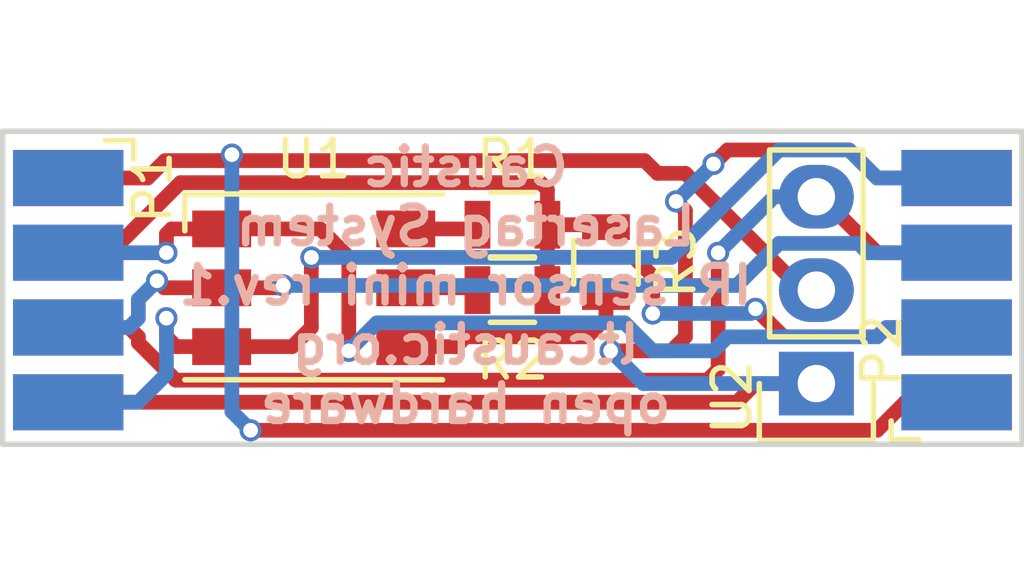
<source format=kicad_pcb>
(kicad_pcb (version 4) (host pcbnew 4.0.4-stable)

  (general
    (links 19)
    (no_connects 0)
    (area 109.271999 87.046999 137.108001 95.706001)
    (thickness 1.6)
    (drawings 5)
    (tracks 128)
    (zones 0)
    (modules 7)
    (nets 13)
  )

  (page A4)
  (layers
    (0 F.Cu signal)
    (31 B.Cu signal)
    (32 B.Adhes user)
    (33 F.Adhes user)
    (34 B.Paste user)
    (35 F.Paste user)
    (36 B.SilkS user)
    (37 F.SilkS user)
    (38 B.Mask user)
    (39 F.Mask user)
    (40 Dwgs.User user)
    (41 Cmts.User user)
    (42 Eco1.User user)
    (43 Eco2.User user)
    (44 Edge.Cuts user)
    (45 Margin user)
    (46 B.CrtYd user)
    (47 F.CrtYd user)
    (48 B.Fab user)
    (49 F.Fab user)
  )

  (setup
    (last_trace_width 0.4)
    (trace_clearance 0.2)
    (zone_clearance 0.508)
    (zone_45_only no)
    (trace_min 0.2)
    (segment_width 0.2)
    (edge_width 0.15)
    (via_size 0.6)
    (via_drill 0.4)
    (via_min_size 0.4)
    (via_min_drill 0.3)
    (uvia_size 0.3)
    (uvia_drill 0.1)
    (uvias_allowed no)
    (uvia_min_size 0.2)
    (uvia_min_drill 0.1)
    (pcb_text_width 0.3)
    (pcb_text_size 1.5 1.5)
    (mod_edge_width 0.15)
    (mod_text_size 1 1)
    (mod_text_width 0.15)
    (pad_size 1.524 1.524)
    (pad_drill 0.762)
    (pad_to_mask_clearance 0.2)
    (aux_axis_origin 0 0)
    (visible_elements FFFFFF7F)
    (pcbplotparams
      (layerselection 0x00030_80000001)
      (usegerberextensions false)
      (excludeedgelayer true)
      (linewidth 0.100000)
      (plotframeref false)
      (viasonmask false)
      (mode 1)
      (useauxorigin false)
      (hpglpennumber 1)
      (hpglpenspeed 20)
      (hpglpendiameter 15)
      (hpglpenoverlay 2)
      (psnegative false)
      (psa4output false)
      (plotreference true)
      (plotvalue true)
      (plotinvisibletext false)
      (padsonsilk false)
      (subtractmaskfromsilk false)
      (outputformat 1)
      (mirror false)
      (drillshape 1)
      (scaleselection 1)
      (outputdirectory ""))
  )

  (net 0 "")
  (net 1 GND)
  (net 2 "Net-(P1-Pad2)")
  (net 3 "Net-(P1-Pad3)")
  (net 4 "Net-(P1-Pad4)")
  (net 5 "Net-(P1-Pad5)")
  (net 6 "Net-(P1-Pad6)")
  (net 7 "Net-(P1-Pad7)")
  (net 8 "Net-(P1-Pad8)")
  (net 9 "Net-(P2-Pad8)")
  (net 10 "Net-(R1-Pad2)")
  (net 11 "Net-(R2-Pad2)")
  (net 12 "Net-(R3-Pad2)")

  (net_class Default "Это класс цепей по умолчанию."
    (clearance 0.2)
    (trace_width 0.4)
    (via_dia 0.6)
    (via_drill 0.4)
    (uvia_dia 0.3)
    (uvia_drill 0.1)
    (add_net GND)
    (add_net "Net-(P1-Pad2)")
    (add_net "Net-(P1-Pad3)")
    (add_net "Net-(P1-Pad4)")
    (add_net "Net-(P1-Pad5)")
    (add_net "Net-(P1-Pad6)")
    (add_net "Net-(P1-Pad7)")
    (add_net "Net-(P1-Pad8)")
    (add_net "Net-(P2-Pad8)")
    (add_net "Net-(R1-Pad2)")
    (add_net "Net-(R2-Pad2)")
    (add_net "Net-(R3-Pad2)")
  )

  (module components:caustic-sensors-tube-connector (layer F.Cu) (tedit 583C8491) (tstamp 583C7B74)
    (at 111.125 91.44 270)
    (path /583C7695)
    (fp_text reference P1 (at -2.794 -2.286 270) (layer F.SilkS)
      (effects (font (size 1 1) (thickness 0.15)))
    )
    (fp_text value SENSOR_CONNECTOR (at 0 -6.35 270) (layer F.Fab)
      (effects (font (size 1 1) (thickness 0.15)))
    )
    (fp_line (start -4.064 -1.016) (end -4.064 -1.778) (layer F.SilkS) (width 0.15))
    (fp_line (start -4.064 -1.778) (end -3.556 -1.778) (layer F.SilkS) (width 0.15))
    (pad 1 smd rect (at -3.048 0 270) (size 1.524 3) (layers F.Cu F.Paste F.Mask)
      (net 1 GND))
    (pad 2 smd rect (at -1.016 0 270) (size 1.524 3) (layers F.Cu F.Paste F.Mask)
      (net 2 "Net-(P1-Pad2)"))
    (pad 3 smd rect (at 1.016 0 270) (size 1.524 3) (layers F.Cu F.Paste F.Mask)
      (net 3 "Net-(P1-Pad3)"))
    (pad 4 smd rect (at 3.048 0 270) (size 1.524 3) (layers F.Cu F.Paste F.Mask)
      (net 4 "Net-(P1-Pad4)"))
    (pad 5 smd rect (at 3.048 0 270) (size 1.524 3) (layers B.Cu B.Paste B.Mask)
      (net 5 "Net-(P1-Pad5)"))
    (pad 6 smd rect (at 1.016 0 270) (size 1.524 3) (layers B.Cu B.Paste B.Mask)
      (net 6 "Net-(P1-Pad6)"))
    (pad 7 smd rect (at -1.016 0 270) (size 1.524 3) (layers B.Cu B.Paste B.Mask)
      (net 7 "Net-(P1-Pad7)"))
    (pad 8 smd rect (at -3.048 0 270) (size 1.524 3) (layers B.Cu B.Paste B.Mask)
      (net 8 "Net-(P1-Pad8)"))
  )

  (module components:caustic-sensors-tube-connector (layer F.Cu) (tedit 583C84A9) (tstamp 583C7B80)
    (at 135.255 91.44 90)
    (path /583C8034)
    (fp_text reference P2 (at -1.651 -2.032 90) (layer F.SilkS)
      (effects (font (size 1 1) (thickness 0.15)))
    )
    (fp_text value SENSOR_CONNECTOR (at 0 -6.35 90) (layer F.Fab)
      (effects (font (size 1 1) (thickness 0.15)))
    )
    (fp_line (start -4.064 -1.016) (end -4.064 -1.778) (layer F.SilkS) (width 0.15))
    (fp_line (start -4.064 -1.778) (end -3.556 -1.778) (layer F.SilkS) (width 0.15))
    (pad 1 smd rect (at -3.048 0 90) (size 1.524 3) (layers F.Cu F.Paste F.Mask)
      (net 1 GND))
    (pad 2 smd rect (at -1.016 0 90) (size 1.524 3) (layers F.Cu F.Paste F.Mask)
      (net 2 "Net-(P1-Pad2)"))
    (pad 3 smd rect (at 1.016 0 90) (size 1.524 3) (layers F.Cu F.Paste F.Mask)
      (net 3 "Net-(P1-Pad3)"))
    (pad 4 smd rect (at 3.048 0 90) (size 1.524 3) (layers F.Cu F.Paste F.Mask)
      (net 4 "Net-(P1-Pad4)"))
    (pad 5 smd rect (at 3.048 0 90) (size 1.524 3) (layers B.Cu B.Paste B.Mask)
      (net 5 "Net-(P1-Pad5)"))
    (pad 6 smd rect (at 1.016 0 90) (size 1.524 3) (layers B.Cu B.Paste B.Mask)
      (net 6 "Net-(P1-Pad6)"))
    (pad 7 smd rect (at -1.016 0 90) (size 1.524 3) (layers B.Cu B.Paste B.Mask)
      (net 7 "Net-(P1-Pad7)"))
    (pad 8 smd rect (at -3.048 0 90) (size 1.524 3) (layers B.Cu B.Paste B.Mask)
      (net 9 "Net-(P2-Pad8)"))
  )

  (module Resistors_SMD:R_0805 (layer F.Cu) (tedit 583C842F) (tstamp 583C7B86)
    (at 123.19 89.662 180)
    (descr "Resistor SMD 0805, reflow soldering, Vishay (see dcrcw.pdf)")
    (tags "resistor 0805")
    (path /583C7A64)
    (attr smd)
    (fp_text reference R1 (at 0 1.778 180) (layer F.SilkS)
      (effects (font (size 1 1) (thickness 0.15)))
    )
    (fp_text value 200 (at 0 2.1 180) (layer F.Fab)
      (effects (font (size 1 1) (thickness 0.15)))
    )
    (fp_line (start -1 0.625) (end -1 -0.625) (layer F.Fab) (width 0.1))
    (fp_line (start 1 0.625) (end -1 0.625) (layer F.Fab) (width 0.1))
    (fp_line (start 1 -0.625) (end 1 0.625) (layer F.Fab) (width 0.1))
    (fp_line (start -1 -0.625) (end 1 -0.625) (layer F.Fab) (width 0.1))
    (fp_line (start -1.6 -1) (end 1.6 -1) (layer F.CrtYd) (width 0.05))
    (fp_line (start -1.6 1) (end 1.6 1) (layer F.CrtYd) (width 0.05))
    (fp_line (start -1.6 -1) (end -1.6 1) (layer F.CrtYd) (width 0.05))
    (fp_line (start 1.6 -1) (end 1.6 1) (layer F.CrtYd) (width 0.05))
    (fp_line (start 0.6 0.875) (end -0.6 0.875) (layer F.SilkS) (width 0.15))
    (fp_line (start -0.6 -0.875) (end 0.6 -0.875) (layer F.SilkS) (width 0.15))
    (pad 1 smd rect (at -0.95 0 180) (size 0.7 1.3) (layers F.Cu F.Paste F.Mask)
      (net 2 "Net-(P1-Pad2)"))
    (pad 2 smd rect (at 0.95 0 180) (size 0.7 1.3) (layers F.Cu F.Paste F.Mask)
      (net 10 "Net-(R1-Pad2)"))
    (model Resistors_SMD.3dshapes/R_0805.wrl
      (at (xyz 0 0 0))
      (scale (xyz 1 1 1))
      (rotate (xyz 0 0 0))
    )
  )

  (module Resistors_SMD:R_0805 (layer F.Cu) (tedit 583C8436) (tstamp 583C7B8C)
    (at 123.19 91.44 180)
    (descr "Resistor SMD 0805, reflow soldering, Vishay (see dcrcw.pdf)")
    (tags "resistor 0805")
    (path /583C7AAD)
    (attr smd)
    (fp_text reference R2 (at 0 -1.905 180) (layer F.SilkS)
      (effects (font (size 1 1) (thickness 0.15)))
    )
    (fp_text value 150 (at 0 2.1 180) (layer F.Fab)
      (effects (font (size 1 1) (thickness 0.15)))
    )
    (fp_line (start -1 0.625) (end -1 -0.625) (layer F.Fab) (width 0.1))
    (fp_line (start 1 0.625) (end -1 0.625) (layer F.Fab) (width 0.1))
    (fp_line (start 1 -0.625) (end 1 0.625) (layer F.Fab) (width 0.1))
    (fp_line (start -1 -0.625) (end 1 -0.625) (layer F.Fab) (width 0.1))
    (fp_line (start -1.6 -1) (end 1.6 -1) (layer F.CrtYd) (width 0.05))
    (fp_line (start -1.6 1) (end 1.6 1) (layer F.CrtYd) (width 0.05))
    (fp_line (start -1.6 -1) (end -1.6 1) (layer F.CrtYd) (width 0.05))
    (fp_line (start 1.6 -1) (end 1.6 1) (layer F.CrtYd) (width 0.05))
    (fp_line (start 0.6 0.875) (end -0.6 0.875) (layer F.SilkS) (width 0.15))
    (fp_line (start -0.6 -0.875) (end 0.6 -0.875) (layer F.SilkS) (width 0.15))
    (pad 1 smd rect (at -0.95 0 180) (size 0.7 1.3) (layers F.Cu F.Paste F.Mask)
      (net 2 "Net-(P1-Pad2)"))
    (pad 2 smd rect (at 0.95 0 180) (size 0.7 1.3) (layers F.Cu F.Paste F.Mask)
      (net 11 "Net-(R2-Pad2)"))
    (model Resistors_SMD.3dshapes/R_0805.wrl
      (at (xyz 0 0 0))
      (scale (xyz 1 1 1))
      (rotate (xyz 0 0 0))
    )
  )

  (module Resistors_SMD:R_0805 (layer F.Cu) (tedit 583C843B) (tstamp 583C7B92)
    (at 125.73 90.678 270)
    (descr "Resistor SMD 0805, reflow soldering, Vishay (see dcrcw.pdf)")
    (tags "resistor 0805")
    (path /583C7ACC)
    (attr smd)
    (fp_text reference R3 (at 0 -1.905 270) (layer F.SilkS)
      (effects (font (size 1 1) (thickness 0.15)))
    )
    (fp_text value 150 (at 0 2.1 270) (layer F.Fab)
      (effects (font (size 1 1) (thickness 0.15)))
    )
    (fp_line (start -1 0.625) (end -1 -0.625) (layer F.Fab) (width 0.1))
    (fp_line (start 1 0.625) (end -1 0.625) (layer F.Fab) (width 0.1))
    (fp_line (start 1 -0.625) (end 1 0.625) (layer F.Fab) (width 0.1))
    (fp_line (start -1 -0.625) (end 1 -0.625) (layer F.Fab) (width 0.1))
    (fp_line (start -1.6 -1) (end 1.6 -1) (layer F.CrtYd) (width 0.05))
    (fp_line (start -1.6 1) (end 1.6 1) (layer F.CrtYd) (width 0.05))
    (fp_line (start -1.6 -1) (end -1.6 1) (layer F.CrtYd) (width 0.05))
    (fp_line (start 1.6 -1) (end 1.6 1) (layer F.CrtYd) (width 0.05))
    (fp_line (start 0.6 0.875) (end -0.6 0.875) (layer F.SilkS) (width 0.15))
    (fp_line (start -0.6 -0.875) (end 0.6 -0.875) (layer F.SilkS) (width 0.15))
    (pad 1 smd rect (at -0.95 0 270) (size 0.7 1.3) (layers F.Cu F.Paste F.Mask)
      (net 2 "Net-(P1-Pad2)"))
    (pad 2 smd rect (at 0.95 0 270) (size 0.7 1.3) (layers F.Cu F.Paste F.Mask)
      (net 12 "Net-(R3-Pad2)"))
    (model Resistors_SMD.3dshapes/R_0805.wrl
      (at (xyz 0 0 0))
      (scale (xyz 1 1 1))
      (rotate (xyz 0 0 0))
    )
  )

  (module LEDs:LED_WS2812-PLCC6 (layer F.Cu) (tedit 56C9C85E) (tstamp 583C7B9C)
    (at 117.7925 91.3765)
    (descr http://www.world-semi.com/en/Driver/Lighting/WS2811/WS212B/WS2822S/)
    (tags "LED RGB")
    (path /583C7573)
    (attr smd)
    (fp_text reference U1 (at 0 -3.5) (layer F.SilkS)
      (effects (font (size 1 1) (thickness 0.15)))
    )
    (fp_text value RGB-LED (at 0 4) (layer F.Fab)
      (effects (font (size 1 1) (thickness 0.15)))
    )
    (fp_line (start 3.75 -2.85) (end -3.75 -2.85) (layer F.CrtYd) (width 0.05))
    (fp_line (start 3.75 2.85) (end 3.75 -2.85) (layer F.CrtYd) (width 0.05))
    (fp_line (start -3.75 2.85) (end 3.75 2.85) (layer F.CrtYd) (width 0.05))
    (fp_line (start -3.75 -2.85) (end -3.75 2.85) (layer F.CrtYd) (width 0.05))
    (fp_line (start -2.5 -1.5) (end -1.5 -2.5) (layer Dwgs.User) (width 0.1))
    (fp_line (start -2.5 -2.5) (end 2.5 -2.5) (layer Dwgs.User) (width 0.1))
    (fp_line (start 2.5 -2.5) (end 2.5 2.5) (layer Dwgs.User) (width 0.1))
    (fp_line (start 2.5 2.5) (end -2.5 2.5) (layer Dwgs.User) (width 0.1))
    (fp_line (start -2.5 2.5) (end -2.5 -2.5) (layer Dwgs.User) (width 0.1))
    (fp_line (start -3.5 2.5) (end 3.5 2.5) (layer F.SilkS) (width 0.15))
    (fp_line (start -3.5 -1.55) (end -3.5 -2.55) (layer F.SilkS) (width 0.15))
    (fp_line (start -3.5 -2.55) (end 3.5 -2.55) (layer F.SilkS) (width 0.15))
    (fp_circle (center 0 0) (end 0 -2) (layer Dwgs.User) (width 0.1))
    (pad 4 smd rect (at 2.5 1.6) (size 1.6 1) (layers F.Cu F.Paste F.Mask)
      (net 12 "Net-(R3-Pad2)"))
    (pad 5 smd rect (at 2.5 0) (size 1.6 1) (layers F.Cu F.Paste F.Mask)
      (net 11 "Net-(R2-Pad2)"))
    (pad 6 smd rect (at 2.5 -1.6) (size 1.6 1) (layers F.Cu F.Paste F.Mask)
      (net 10 "Net-(R1-Pad2)"))
    (pad 3 smd rect (at -2.5 1.6) (size 1.6 1) (layers F.Cu F.Paste F.Mask)
      (net 5 "Net-(P1-Pad5)"))
    (pad 2 smd rect (at -2.5 0) (size 1.6 1) (layers F.Cu F.Paste F.Mask)
      (net 6 "Net-(P1-Pad6)"))
    (pad 1 smd rect (at -2.5 -1.6) (size 1.6 1) (layers F.Cu F.Paste F.Mask)
      (net 7 "Net-(P1-Pad7)"))
    (model LEDs.3dshapes/LED_WS2812-PLCC6.wrl
      (at (xyz 0 0 0.004))
      (scale (xyz 0.3937 0.3937 0.3937))
      (rotate (xyz 0 0 0))
    )
  )

  (module Pin_Headers:Pin_Header_Straight_1x03 (layer F.Cu) (tedit 583C8499) (tstamp 583C7BA3)
    (at 131.445 93.98 180)
    (descr "Through hole pin header")
    (tags "pin header")
    (path /583C7B6E)
    (fp_text reference U2 (at 2.286 -0.381 270) (layer F.SilkS)
      (effects (font (size 1 1) (thickness 0.15)))
    )
    (fp_text value TSOP4856 (at 0 -3.1 180) (layer F.Fab)
      (effects (font (size 1 1) (thickness 0.15)))
    )
    (fp_line (start -1.75 -1.75) (end -1.75 6.85) (layer F.CrtYd) (width 0.05))
    (fp_line (start 1.75 -1.75) (end 1.75 6.85) (layer F.CrtYd) (width 0.05))
    (fp_line (start -1.75 -1.75) (end 1.75 -1.75) (layer F.CrtYd) (width 0.05))
    (fp_line (start -1.75 6.85) (end 1.75 6.85) (layer F.CrtYd) (width 0.05))
    (fp_line (start -1.27 1.27) (end -1.27 6.35) (layer F.SilkS) (width 0.15))
    (fp_line (start -1.27 6.35) (end 1.27 6.35) (layer F.SilkS) (width 0.15))
    (fp_line (start 1.27 6.35) (end 1.27 1.27) (layer F.SilkS) (width 0.15))
    (fp_line (start 1.55 -1.55) (end 1.55 0) (layer F.SilkS) (width 0.15))
    (fp_line (start 1.27 1.27) (end -1.27 1.27) (layer F.SilkS) (width 0.15))
    (fp_line (start -1.55 0) (end -1.55 -1.55) (layer F.SilkS) (width 0.15))
    (fp_line (start -1.55 -1.55) (end 1.55 -1.55) (layer F.SilkS) (width 0.15))
    (pad 1 thru_hole rect (at 0 0 180) (size 2.032 1.7272) (drill 1.016) (layers *.Cu *.Mask)
      (net 4 "Net-(P1-Pad4)"))
    (pad 2 thru_hole oval (at 0 2.54 180) (size 2.032 1.7272) (drill 1.016) (layers *.Cu *.Mask)
      (net 1 GND))
    (pad 3 thru_hole oval (at 0 5.08 180) (size 2.032 1.7272) (drill 1.016) (layers *.Cu *.Mask)
      (net 3 "Net-(P1-Pad3)"))
    (model Pin_Headers.3dshapes/Pin_Header_Straight_1x03.wrl
      (at (xyz 0 -0.1 0))
      (scale (xyz 1 1 1))
      (rotate (xyz 0 0 90))
    )
  )

  (gr_text "Caustic\nLasertag System\nIR sensor mini rev.1\nltcaustic.org\nopen hardware" (at 121.92 91.313) (layer B.SilkS)
    (effects (font (size 1 1) (thickness 0.2)) (justify mirror))
  )
  (gr_line (start 109.347 95.631) (end 137.033 95.631) (angle 90) (layer Edge.Cuts) (width 0.15))
  (gr_line (start 109.347 87.122) (end 109.347 95.631) (angle 90) (layer Edge.Cuts) (width 0.15))
  (gr_line (start 109.347 87.122) (end 137.033 87.122) (angle 90) (layer Edge.Cuts) (width 0.15))
  (gr_line (start 137.033 87.122) (end 137.033 95.631) (angle 90) (layer Edge.Cuts) (width 0.15))

  (segment (start 135.255 94.488) (end 133.858 94.488) (width 0.4) (layer F.Cu) (net 1))
  (segment (start 133.858 94.488) (end 133.096 95.25) (width 0.4) (layer F.Cu) (net 1) (tstamp 583C827B))
  (segment (start 133.096 95.25) (end 116.078 95.25) (width 0.4) (layer F.Cu) (net 1) (tstamp 583C827D))
  (via (at 116.078 95.25) (size 0.6) (drill 0.4) (layers F.Cu B.Cu) (net 1))
  (segment (start 116.078 95.25) (end 115.57 94.742) (width 0.4) (layer B.Cu) (net 1) (tstamp 583C828C))
  (segment (start 115.57 94.742) (end 115.57 87.757) (width 0.4) (layer B.Cu) (net 1) (tstamp 583C828D))
  (via (at 115.57 87.757) (size 0.6) (drill 0.4) (layers F.Cu B.Cu) (net 1))
  (segment (start 115.57 87.757) (end 115.408002 87.918998) (width 0.4) (layer F.Cu) (net 1) (tstamp 583C8292))
  (segment (start 115.408002 87.918998) (end 115.189 87.918998) (width 0.4) (layer F.Cu) (net 1) (tstamp 583C8293))
  (segment (start 131.445 91.44) (end 131.064 91.44) (width 0.4) (layer F.Cu) (net 1))
  (segment (start 131.064 91.44) (end 127.889 88.265) (width 0.4) (layer F.Cu) (net 1) (tstamp 583C8236))
  (segment (start 127.889 88.265) (end 127.127 88.265) (width 0.4) (layer F.Cu) (net 1) (tstamp 583C823B))
  (segment (start 111.125 88.392) (end 113.284 88.392) (width 0.4) (layer F.Cu) (net 1))
  (segment (start 126.780998 87.918998) (end 127.127 88.265) (width 0.4) (layer F.Cu) (net 1) (tstamp 583C8148))
  (segment (start 113.757002 87.918998) (end 115.189 87.918998) (width 0.4) (layer F.Cu) (net 1) (tstamp 583C8147))
  (segment (start 115.189 87.918998) (end 126.780998 87.918998) (width 0.4) (layer F.Cu) (net 1) (tstamp 583C8296))
  (segment (start 113.284 88.392) (end 113.757002 87.918998) (width 0.4) (layer F.Cu) (net 1) (tstamp 583C8146))
  (segment (start 135.255 92.456) (end 133.35 92.456) (width 0.4) (layer F.Cu) (net 2))
  (segment (start 126.492 90.551) (end 124.14 90.551) (width 0.4) (layer F.Cu) (net 2) (tstamp 583C8201))
  (segment (start 127 91.059) (end 126.492 90.551) (width 0.4) (layer F.Cu) (net 2) (tstamp 583C8200))
  (segment (start 127 92.075) (end 127 91.059) (width 0.4) (layer F.Cu) (net 2) (tstamp 583C81FF))
  (via (at 127 92.075) (size 0.6) (drill 0.4) (layers F.Cu B.Cu) (net 2))
  (segment (start 129.667 92.075) (end 127 92.075) (width 0.4) (layer B.Cu) (net 2) (tstamp 583C81F5))
  (segment (start 129.794 91.948) (end 129.667 92.075) (width 0.4) (layer B.Cu) (net 2) (tstamp 583C81F4))
  (via (at 129.794 91.948) (size 0.6) (drill 0.4) (layers F.Cu B.Cu) (net 2))
  (segment (start 130.556 92.71) (end 129.794 91.948) (width 0.4) (layer F.Cu) (net 2) (tstamp 583C81EC))
  (segment (start 133.096 92.71) (end 130.556 92.71) (width 0.4) (layer F.Cu) (net 2) (tstamp 583C81E6))
  (segment (start 133.35 92.456) (end 133.096 92.71) (width 0.4) (layer F.Cu) (net 2) (tstamp 583C81E5))
  (segment (start 111.125 90.424) (end 112.268 90.424) (width 0.4) (layer F.Cu) (net 2))
  (segment (start 112.268 90.424) (end 114.173 88.519) (width 0.4) (layer F.Cu) (net 2) (tstamp 583C8127))
  (segment (start 114.173 88.519) (end 123.952 88.519) (width 0.4) (layer F.Cu) (net 2) (tstamp 583C8128))
  (segment (start 123.952 88.519) (end 124.14 88.707) (width 0.4) (layer F.Cu) (net 2) (tstamp 583C8142))
  (segment (start 124.14 88.707) (end 124.14 89.662) (width 0.4) (layer F.Cu) (net 2) (tstamp 583C8143))
  (segment (start 124.14 89.662) (end 125.664 89.662) (width 0.4) (layer F.Cu) (net 2))
  (segment (start 125.664 89.662) (end 125.73 89.728) (width 0.4) (layer F.Cu) (net 2) (tstamp 583C809D))
  (segment (start 124.14 89.662) (end 124.14 90.551) (width 0.4) (layer F.Cu) (net 2))
  (segment (start 124.14 90.551) (end 124.14 91.44) (width 0.4) (layer F.Cu) (net 2) (tstamp 583C8208))
  (segment (start 127.854002 93.887998) (end 128.489002 93.887998) (width 0.4) (layer F.Cu) (net 3))
  (segment (start 121.158 93.887998) (end 127.854002 93.887998) (width 0.4) (layer F.Cu) (net 3))
  (segment (start 112.776 92.456) (end 113.03 92.71) (width 0.4) (layer F.Cu) (net 3) (tstamp 583C8073))
  (segment (start 113.03 92.71) (end 113.03 92.871998) (width 0.4) (layer F.Cu) (net 3) (tstamp 583C8076))
  (segment (start 113.03 92.871998) (end 114.046 93.887998) (width 0.4) (layer F.Cu) (net 3) (tstamp 583C8078))
  (segment (start 114.046 93.887998) (end 121.158 93.887998) (width 0.4) (layer F.Cu) (net 3) (tstamp 583C807A))
  (segment (start 111.125 92.456) (end 112.776 92.456) (width 0.4) (layer F.Cu) (net 3))
  (segment (start 130.302 88.9) (end 131.445 88.9) (width 0.4) (layer B.Cu) (net 3) (tstamp 583C8254))
  (segment (start 128.778 90.424) (end 130.302 88.9) (width 0.4) (layer B.Cu) (net 3) (tstamp 583C8253))
  (via (at 128.778 90.424) (size 0.6) (drill 0.4) (layers F.Cu B.Cu) (net 3))
  (segment (start 128.778 93.599) (end 128.778 90.424) (width 0.4) (layer F.Cu) (net 3) (tstamp 583C8250))
  (segment (start 128.489002 93.887998) (end 128.778 93.599) (width 0.4) (layer F.Cu) (net 3) (tstamp 583C824C))
  (segment (start 131.445 88.9) (end 131.572 88.9) (width 0.4) (layer F.Cu) (net 3))
  (segment (start 131.572 88.9) (end 133.096 90.424) (width 0.4) (layer F.Cu) (net 3) (tstamp 583C80CD))
  (segment (start 133.096 90.424) (end 135.255 90.424) (width 0.4) (layer F.Cu) (net 3) (tstamp 583C80CF))
  (segment (start 125.857 93.091) (end 127.508 93.091) (width 0.4) (layer F.Cu) (net 4))
  (segment (start 126.746 93.98) (end 125.857 93.091) (width 0.4) (layer B.Cu) (net 4) (tstamp 583C835C))
  (via (at 125.857 93.091) (size 0.6) (drill 0.4) (layers F.Cu B.Cu) (net 4))
  (segment (start 131.445 93.98) (end 126.746 93.98) (width 0.4) (layer B.Cu) (net 4))
  (segment (start 133.096 88.392) (end 135.255 88.392) (width 0.4) (layer F.Cu) (net 4) (tstamp 583C8386))
  (segment (start 132.334 87.63) (end 133.096 88.392) (width 0.4) (layer F.Cu) (net 4) (tstamp 583C8385))
  (segment (start 129.032 87.63) (end 132.334 87.63) (width 0.4) (layer F.Cu) (net 4) (tstamp 583C8384))
  (segment (start 128.651 88.011) (end 129.032 87.63) (width 0.4) (layer F.Cu) (net 4) (tstamp 583C8383))
  (via (at 128.651 88.011) (size 0.6) (drill 0.4) (layers F.Cu B.Cu) (net 4))
  (segment (start 127.635 89.027) (end 128.651 88.011) (width 0.4) (layer B.Cu) (net 4) (tstamp 583C837E))
  (via (at 127.635 89.027) (size 0.6) (drill 0.4) (layers F.Cu B.Cu) (net 4))
  (segment (start 127.889 89.281) (end 127.635 89.027) (width 0.4) (layer F.Cu) (net 4) (tstamp 583C8379))
  (segment (start 127.889 92.71) (end 127.889 89.281) (width 0.4) (layer F.Cu) (net 4) (tstamp 583C8377))
  (segment (start 127.508 93.091) (end 127.889 92.71) (width 0.4) (layer F.Cu) (net 4) (tstamp 583C8375))
  (segment (start 111.125 94.488) (end 129.286 94.488) (width 0.4) (layer F.Cu) (net 4))
  (segment (start 129.794 93.98) (end 131.445 93.98) (width 0.4) (layer F.Cu) (net 4) (tstamp 583C806A))
  (segment (start 129.286 94.488) (end 129.794 93.98) (width 0.4) (layer F.Cu) (net 4) (tstamp 583C8066))
  (segment (start 117.729 90.551) (end 127.508 90.551) (width 0.4) (layer B.Cu) (net 5))
  (segment (start 117.2085 92.9765) (end 117.729 92.456) (width 0.4) (layer F.Cu) (net 5) (tstamp 583C81A2))
  (segment (start 117.729 92.456) (end 117.729 90.551) (width 0.4) (layer F.Cu) (net 5) (tstamp 583C81A5))
  (via (at 117.729 90.551) (size 0.6) (drill 0.4) (layers F.Cu B.Cu) (net 5))
  (segment (start 115.2925 92.9765) (end 117.2085 92.9765) (width 0.4) (layer F.Cu) (net 5))
  (segment (start 133.096 88.392) (end 135.255 88.392) (width 0.4) (layer B.Cu) (net 5) (tstamp 583C81C8))
  (segment (start 132.334 87.63) (end 133.096 88.392) (width 0.4) (layer B.Cu) (net 5) (tstamp 583C81C7))
  (segment (start 130.429 87.63) (end 132.334 87.63) (width 0.4) (layer B.Cu) (net 5) (tstamp 583C81C5))
  (segment (start 127.508 90.551) (end 130.429 87.63) (width 0.4) (layer B.Cu) (net 5) (tstamp 583C81BE))
  (segment (start 111.125 94.488) (end 113.03 94.488) (width 0.4) (layer B.Cu) (net 5))
  (segment (start 114.0585 92.9765) (end 115.2925 92.9765) (width 0.4) (layer F.Cu) (net 5) (tstamp 583C8053))
  (segment (start 113.792 92.71) (end 114.0585 92.9765) (width 0.4) (layer F.Cu) (net 5) (tstamp 583C8052))
  (segment (start 113.792 92.202) (end 113.792 92.71) (width 0.4) (layer F.Cu) (net 5) (tstamp 583C8051))
  (via (at 113.792 92.202) (size 0.6) (drill 0.4) (layers F.Cu B.Cu) (net 5))
  (segment (start 113.792 93.726) (end 113.792 92.202) (width 0.4) (layer B.Cu) (net 5) (tstamp 583C804B))
  (segment (start 113.03 94.488) (end 113.792 93.726) (width 0.4) (layer B.Cu) (net 5) (tstamp 583C804A))
  (segment (start 115.2925 91.3765) (end 116.9035 91.3765) (width 0.4) (layer F.Cu) (net 6))
  (segment (start 132.842 90.424) (end 135.255 90.424) (width 0.4) (layer B.Cu) (net 6) (tstamp 583C81B5))
  (segment (start 132.588 90.17) (end 132.842 90.424) (width 0.4) (layer B.Cu) (net 6) (tstamp 583C81B4))
  (segment (start 130.429 90.17) (end 132.588 90.17) (width 0.4) (layer B.Cu) (net 6) (tstamp 583C81B2))
  (segment (start 129.286 91.313) (end 130.429 90.17) (width 0.4) (layer B.Cu) (net 6) (tstamp 583C81B0))
  (segment (start 126.238 91.313) (end 129.286 91.313) (width 0.4) (layer B.Cu) (net 6) (tstamp 583C81AF))
  (segment (start 116.967 91.313) (end 126.238 91.313) (width 0.4) (layer B.Cu) (net 6) (tstamp 583C81AE))
  (via (at 116.967 91.313) (size 0.6) (drill 0.4) (layers F.Cu B.Cu) (net 6))
  (segment (start 116.9035 91.3765) (end 116.967 91.313) (width 0.4) (layer F.Cu) (net 6) (tstamp 583C81AB))
  (segment (start 111.125 92.456) (end 112.776 92.456) (width 0.4) (layer B.Cu) (net 6))
  (segment (start 113.7285 91.3765) (end 115.2925 91.3765) (width 0.4) (layer F.Cu) (net 6) (tstamp 583C8033))
  (segment (start 113.538 91.186) (end 113.7285 91.3765) (width 0.4) (layer F.Cu) (net 6) (tstamp 583C8032))
  (via (at 113.538 91.186) (size 0.6) (drill 0.4) (layers F.Cu B.Cu) (net 6))
  (segment (start 113.03 91.694) (end 113.538 91.186) (width 0.4) (layer B.Cu) (net 6) (tstamp 583C802C))
  (segment (start 113.03 92.202) (end 113.03 91.694) (width 0.4) (layer B.Cu) (net 6) (tstamp 583C802B))
  (segment (start 112.776 92.456) (end 113.03 92.202) (width 0.4) (layer B.Cu) (net 6) (tstamp 583C802A))
  (segment (start 129.794 92.71) (end 129.032 92.71) (width 0.4) (layer B.Cu) (net 7))
  (segment (start 129.794 92.71) (end 133.096 92.71) (width 0.4) (layer B.Cu) (net 7) (tstamp 583C81CF))
  (segment (start 133.096 92.71) (end 133.35 92.456) (width 0.4) (layer B.Cu) (net 7) (tstamp 583C81D1))
  (segment (start 135.255 92.456) (end 133.35 92.456) (width 0.4) (layer B.Cu) (net 7) (tstamp 583C81D2))
  (segment (start 117.9705 89.7765) (end 115.2925 89.7765) (width 0.4) (layer F.Cu) (net 7))
  (via (at 118.745 93.091) (size 0.6) (drill 0.4) (layers F.Cu B.Cu) (net 7))
  (segment (start 118.745 90.551) (end 118.745 93.091) (width 0.4) (layer F.Cu) (net 7) (tstamp 583C818D))
  (segment (start 117.9705 89.7765) (end 118.745 90.551) (width 0.4) (layer F.Cu) (net 7) (tstamp 583C8185))
  (segment (start 119.507 92.329) (end 118.745 93.091) (width 0.4) (layer B.Cu) (net 7) (tstamp 583C8370))
  (segment (start 126.238 92.329) (end 119.507 92.329) (width 0.4) (layer B.Cu) (net 7) (tstamp 583C836D))
  (segment (start 127 93.091) (end 126.238 92.329) (width 0.4) (layer B.Cu) (net 7) (tstamp 583C836B))
  (segment (start 128.651 93.091) (end 127 93.091) (width 0.4) (layer B.Cu) (net 7) (tstamp 583C836A))
  (segment (start 129.032 92.71) (end 128.651 93.091) (width 0.4) (layer B.Cu) (net 7) (tstamp 583C8367))
  (segment (start 111.125 90.424) (end 113.792 90.424) (width 0.4) (layer B.Cu) (net 7))
  (segment (start 113.9315 89.7765) (end 115.2925 89.7765) (width 0.4) (layer F.Cu) (net 7) (tstamp 583C801A))
  (segment (start 113.792 89.916) (end 113.9315 89.7765) (width 0.4) (layer F.Cu) (net 7) (tstamp 583C8019))
  (segment (start 113.792 90.424) (end 113.792 89.916) (width 0.4) (layer F.Cu) (net 7) (tstamp 583C8018))
  (via (at 113.792 90.424) (size 0.6) (drill 0.4) (layers F.Cu B.Cu) (net 7))
  (segment (start 120.2925 89.7765) (end 122.1255 89.7765) (width 0.4) (layer F.Cu) (net 10))
  (segment (start 122.1255 89.7765) (end 122.24 89.662) (width 0.4) (layer F.Cu) (net 10) (tstamp 583C7FF5))
  (segment (start 120.2925 91.3765) (end 122.1765 91.3765) (width 0.4) (layer F.Cu) (net 11))
  (segment (start 122.1765 91.3765) (end 122.24 91.44) (width 0.4) (layer F.Cu) (net 11) (tstamp 583C7FF8))
  (segment (start 120.2925 92.9765) (end 121.6535 92.9765) (width 0.4) (layer F.Cu) (net 12))
  (segment (start 125.73 92.202) (end 125.73 91.628) (width 0.4) (layer F.Cu) (net 12) (tstamp 583C809A))
  (segment (start 125.222 92.71) (end 125.73 92.202) (width 0.4) (layer F.Cu) (net 12) (tstamp 583C8099))
  (segment (start 121.92 92.71) (end 125.222 92.71) (width 0.4) (layer F.Cu) (net 12) (tstamp 583C8096))
  (segment (start 121.6535 92.9765) (end 121.92 92.71) (width 0.4) (layer F.Cu) (net 12) (tstamp 583C8095))

)

</source>
